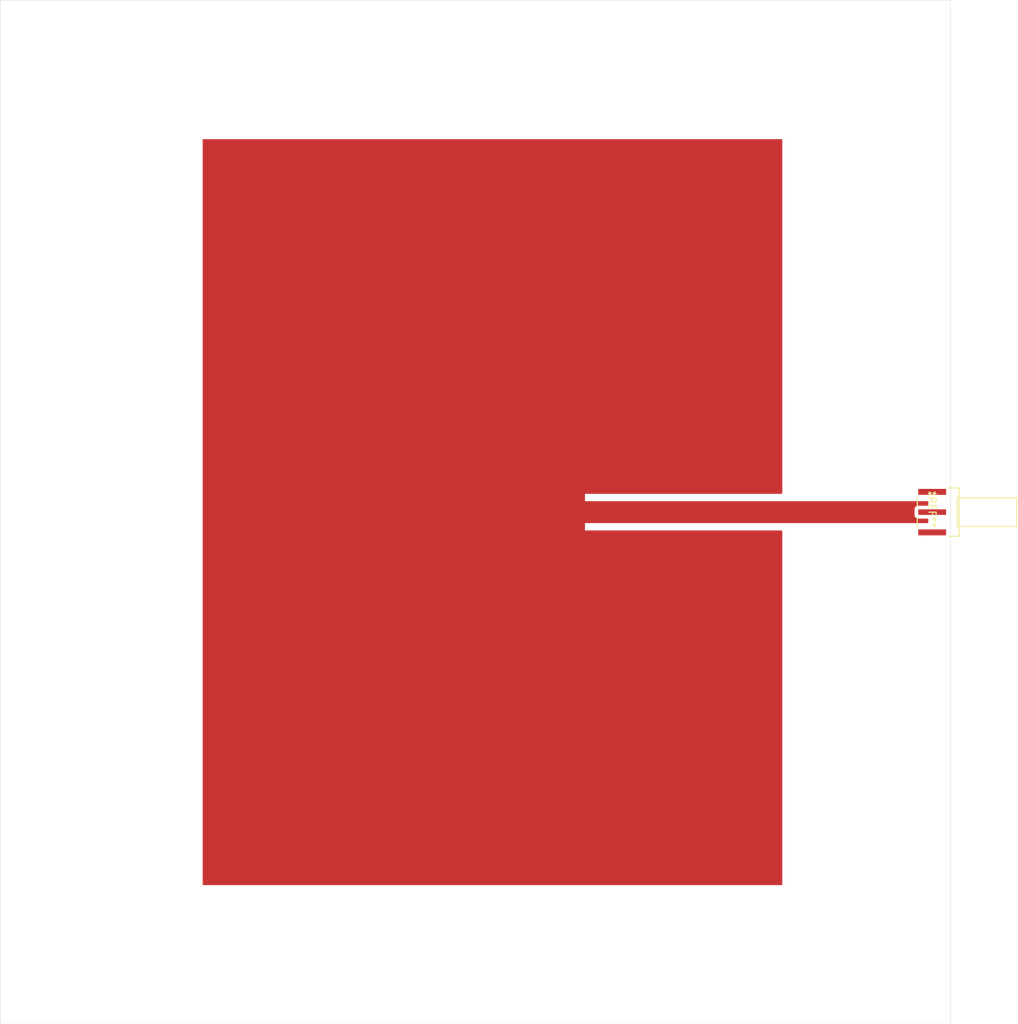
<source format=kicad_pcb>
(kicad_pcb (version 20241229) (generator "pcbnew") (generator_version "9.0")
  (layers (0 "F.Cu" signal) (2 "B.Cu" signal) (13 "F.Paste" user) (15 "B.Paste" user) (5 "F.SilkS" user "F.Silkscreen") (7 "B.SilkS" user "B.Silkscreen") (1 "F.Mask" user) (3 "B.Mask" user) (25 "Edge.Cuts" user))
  (net 0 "")
  (footprint "SMA_EdgeLaunch:CON-SMA-EDGE-SRP_RFS" (layer "F.Cu") (at 248.3255 100 -90)
    (property "Reference" "REF**" (at 0 0.8255 270) (layer "F.SilkS"))
    (property "Value" "CON-SMA-EDGE-SRP_RFS")
    (fp_line (start -2.05605 2.8575) (end -0.68855 2.8575) (stroke (width 0.1524)) (layer "F.SilkS"))
    (fp_line (start 0.68855 2.8575) (end 2.05605 2.8575) (stroke (width 0.1524)) (layer "F.SilkS"))
    (fp_line (start 3.302 -1.387624) (end 3.302 -2.8575) (stroke (width 0.1524)) (layer "F.SilkS"))
    (fp_line (start -1.9558 -2.6035) (end 1.9558 -2.6035) (stroke (width 0.1524)) (layer "F.SilkS"))
    (fp_line (start 1.9558 -2.6035) (end 1.9558 -10.7315) (stroke (width 0.1524)) (layer "F.SilkS"))
    (fp_line (start -3.302 -2.8575) (end -3.302 -1.387624) (stroke (width 0.1524)) (layer "F.SilkS"))
    (fp_line (start 3.302 -2.8575) (end -3.302 -2.8575) (stroke (width 0.1524)) (layer "F.SilkS"))
    (fp_line (start -1.9558 -10.7315) (end -1.9558 -2.6035) (stroke (width 0.1524)) (layer "F.SilkS"))
    (fp_line (start 1.9558 -10.7315) (end -1.9558 -10.7315) (stroke (width 0.1524)) (layer "F.SilkS"))
    (fp_text user "*" (at -2.54 0.8255 270) (layer "F.SilkS"))
    (fp_text user "*" (at -2.54 0.8255 90) (layer "F.SilkS"))
    (pad "1" smd rect (at 0 0.8255 270) (size 0.762 3.81) (layers "F.Cu" "F.Mask" "F.Paste"))
    (pad "2" smd rect (at -2.77 0.8255 270) (size 0.8128 3.81) (layers "F.Cu" "F.Mask" "F.Paste"))
    (pad "3" smd rect (at 2.77 0.8255 270) (size 0.8128 3.81) (layers "F.Cu" "F.Mask" "F.Paste"))
  )
  (gr_rect (start 120 30) (end 250 170) (stroke (width 0.05)) (fill no) (layer "Edge.Cuts"))
  (zone (net 0) (net_name "") (layer "F.Cu") (name "ANTENNA") (connect_pads (clearance 0.5)) (min_thickness 0.25) (fill yes (thermal_gap 0.5) (thermal_bridge_width 0.5) (island_removal_mode 1) (island_area_min 10))
    (polygon (pts (xy 227 97.5) (xy 200 97.5) (xy 200 98.5) (xy 246.971109 98.5) (xy 246.971109 101.5) (xy 200 101.5) (xy 200 102.5) (xy 227 102.5) (xy 227 151) (xy 200 151) (xy 147.7 151) (xy 147.7 49) (xy 200 49) (xy 227 49)))
  )
)
</source>
